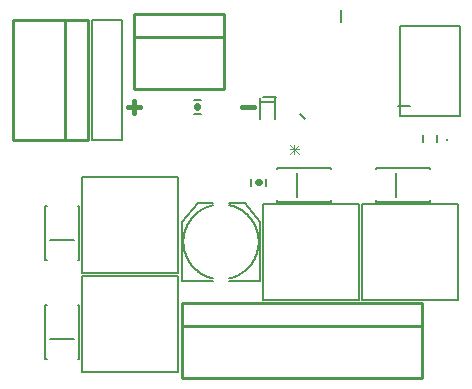
<source format=gto>
G75*
%MOIN*%
%OFA0B0*%
%FSLAX25Y25*%
%IPPOS*%
%LPD*%
%AMOC8*
5,1,8,0,0,1.08239X$1,22.5*
%
%ADD10C,0.01600*%
%ADD11C,0.00800*%
%ADD12C,0.00500*%
%ADD13C,0.01000*%
%ADD14C,0.00600*%
%ADD15C,0.00300*%
%ADD16C,0.02200*%
%ADD17R,0.00787X0.00787*%
D10*
X0051000Y0099000D02*
X0051000Y0103000D01*
X0049000Y0101000D02*
X0053000Y0101000D01*
X0087000Y0101000D02*
X0091000Y0101000D01*
D11*
X0021291Y0035055D02*
X0021291Y0016945D01*
X0021882Y0016945D01*
X0023063Y0023638D02*
X0030937Y0023638D01*
X0032118Y0016945D02*
X0032709Y0016945D01*
X0032709Y0035055D01*
X0032118Y0035055D01*
X0021882Y0035055D02*
X0021291Y0035055D01*
X0021291Y0049945D02*
X0021291Y0068055D01*
X0021882Y0068055D01*
X0032118Y0068055D02*
X0032709Y0068055D01*
X0032709Y0049945D01*
X0032118Y0049945D01*
X0030937Y0056638D02*
X0023063Y0056638D01*
X0021882Y0049945D02*
X0021291Y0049945D01*
X0067008Y0043008D02*
X0077303Y0043008D01*
X0082697Y0043008D02*
X0092992Y0043008D01*
X0092992Y0062693D01*
X0087874Y0068992D01*
X0082697Y0068992D01*
X0077303Y0068992D02*
X0072126Y0068992D01*
X0067008Y0062693D01*
X0067008Y0043008D01*
X0077303Y0043795D02*
X0077007Y0043861D01*
X0076711Y0043934D01*
X0076418Y0044013D01*
X0076127Y0044100D01*
X0075838Y0044195D01*
X0075551Y0044296D01*
X0075267Y0044404D01*
X0074985Y0044519D01*
X0074707Y0044641D01*
X0074431Y0044769D01*
X0074159Y0044905D01*
X0073890Y0045047D01*
X0073625Y0045195D01*
X0073363Y0045350D01*
X0073106Y0045511D01*
X0072852Y0045678D01*
X0072602Y0045852D01*
X0072357Y0046031D01*
X0072116Y0046217D01*
X0071880Y0046408D01*
X0071648Y0046605D01*
X0071422Y0046808D01*
X0071200Y0047016D01*
X0070983Y0047229D01*
X0070772Y0047448D01*
X0070566Y0047672D01*
X0070366Y0047900D01*
X0070171Y0048134D01*
X0069982Y0048372D01*
X0069799Y0048615D01*
X0069622Y0048862D01*
X0069451Y0049113D01*
X0069286Y0049369D01*
X0069128Y0049628D01*
X0068975Y0049891D01*
X0068830Y0050158D01*
X0068691Y0050428D01*
X0068558Y0050702D01*
X0068432Y0050978D01*
X0068313Y0051258D01*
X0068201Y0051541D01*
X0068096Y0051826D01*
X0067997Y0052114D01*
X0067906Y0052404D01*
X0067822Y0052696D01*
X0067745Y0052990D01*
X0067675Y0053286D01*
X0067613Y0053583D01*
X0067557Y0053882D01*
X0067509Y0054182D01*
X0067469Y0054484D01*
X0067435Y0054786D01*
X0067409Y0055089D01*
X0067391Y0055392D01*
X0067380Y0055696D01*
X0067376Y0056000D01*
X0067380Y0056304D01*
X0067391Y0056608D01*
X0067409Y0056911D01*
X0067435Y0057214D01*
X0067469Y0057516D01*
X0067509Y0057818D01*
X0067557Y0058118D01*
X0067613Y0058417D01*
X0067675Y0058714D01*
X0067745Y0059010D01*
X0067822Y0059304D01*
X0067906Y0059596D01*
X0067997Y0059886D01*
X0068096Y0060174D01*
X0068201Y0060459D01*
X0068313Y0060742D01*
X0068432Y0061022D01*
X0068558Y0061298D01*
X0068691Y0061572D01*
X0068830Y0061842D01*
X0068975Y0062109D01*
X0069128Y0062372D01*
X0069286Y0062631D01*
X0069451Y0062887D01*
X0069622Y0063138D01*
X0069799Y0063385D01*
X0069982Y0063628D01*
X0070171Y0063866D01*
X0070366Y0064100D01*
X0070566Y0064328D01*
X0070772Y0064552D01*
X0070983Y0064771D01*
X0071200Y0064984D01*
X0071422Y0065192D01*
X0071648Y0065395D01*
X0071880Y0065592D01*
X0072116Y0065783D01*
X0072357Y0065969D01*
X0072602Y0066148D01*
X0072852Y0066322D01*
X0073106Y0066489D01*
X0073363Y0066650D01*
X0073625Y0066805D01*
X0073890Y0066953D01*
X0074159Y0067095D01*
X0074431Y0067231D01*
X0074707Y0067359D01*
X0074985Y0067481D01*
X0075267Y0067596D01*
X0075551Y0067704D01*
X0075838Y0067805D01*
X0076127Y0067900D01*
X0076418Y0067987D01*
X0076711Y0068066D01*
X0077007Y0068139D01*
X0077303Y0068205D01*
X0082697Y0068205D02*
X0082993Y0068134D01*
X0083287Y0068057D01*
X0083580Y0067973D01*
X0083870Y0067881D01*
X0084158Y0067783D01*
X0084443Y0067677D01*
X0084726Y0067565D01*
X0085006Y0067445D01*
X0085283Y0067319D01*
X0085557Y0067186D01*
X0085827Y0067047D01*
X0086094Y0066901D01*
X0086358Y0066749D01*
X0086617Y0066590D01*
X0086873Y0066425D01*
X0087125Y0066254D01*
X0087372Y0066076D01*
X0087615Y0065893D01*
X0087853Y0065704D01*
X0088087Y0065509D01*
X0088316Y0065309D01*
X0088540Y0065103D01*
X0088759Y0064891D01*
X0088973Y0064675D01*
X0089181Y0064453D01*
X0089384Y0064226D01*
X0089581Y0063995D01*
X0089773Y0063758D01*
X0089959Y0063517D01*
X0090139Y0063272D01*
X0090313Y0063022D01*
X0090480Y0062768D01*
X0090642Y0062510D01*
X0090797Y0062249D01*
X0090946Y0061983D01*
X0091088Y0061714D01*
X0091224Y0061442D01*
X0091353Y0061166D01*
X0091475Y0060888D01*
X0091591Y0060606D01*
X0091700Y0060322D01*
X0091801Y0060035D01*
X0091896Y0059746D01*
X0091984Y0059454D01*
X0092064Y0059161D01*
X0092137Y0058865D01*
X0092203Y0058568D01*
X0092262Y0058270D01*
X0092314Y0057970D01*
X0092358Y0057669D01*
X0092395Y0057367D01*
X0092425Y0057064D01*
X0092447Y0056760D01*
X0092462Y0056456D01*
X0092469Y0056152D01*
X0092469Y0055848D01*
X0092462Y0055544D01*
X0092447Y0055240D01*
X0092425Y0054936D01*
X0092395Y0054633D01*
X0092358Y0054331D01*
X0092314Y0054030D01*
X0092262Y0053730D01*
X0092203Y0053432D01*
X0092137Y0053135D01*
X0092064Y0052839D01*
X0091984Y0052546D01*
X0091896Y0052254D01*
X0091801Y0051965D01*
X0091700Y0051678D01*
X0091591Y0051394D01*
X0091475Y0051112D01*
X0091353Y0050834D01*
X0091224Y0050558D01*
X0091088Y0050286D01*
X0090946Y0050017D01*
X0090797Y0049751D01*
X0090642Y0049490D01*
X0090480Y0049232D01*
X0090313Y0048978D01*
X0090139Y0048728D01*
X0089959Y0048483D01*
X0089773Y0048242D01*
X0089581Y0048005D01*
X0089384Y0047774D01*
X0089181Y0047547D01*
X0088973Y0047325D01*
X0088759Y0047109D01*
X0088540Y0046897D01*
X0088316Y0046691D01*
X0088087Y0046491D01*
X0087853Y0046296D01*
X0087615Y0046107D01*
X0087372Y0045924D01*
X0087125Y0045746D01*
X0086873Y0045575D01*
X0086617Y0045410D01*
X0086358Y0045251D01*
X0086094Y0045099D01*
X0085827Y0044953D01*
X0085557Y0044814D01*
X0085283Y0044681D01*
X0085006Y0044555D01*
X0084726Y0044435D01*
X0084443Y0044323D01*
X0084158Y0044217D01*
X0083870Y0044119D01*
X0083580Y0044027D01*
X0083287Y0043943D01*
X0082993Y0043866D01*
X0082697Y0043795D01*
X0098445Y0069291D02*
X0098445Y0069882D01*
X0098445Y0069291D02*
X0116555Y0069291D01*
X0116555Y0069882D01*
X0116555Y0080118D02*
X0116555Y0080709D01*
X0098445Y0080709D01*
X0098445Y0080118D01*
X0105138Y0078937D02*
X0105138Y0071063D01*
X0098059Y0096957D02*
X0098059Y0102469D01*
X0092941Y0102469D01*
X0092941Y0096957D01*
X0092941Y0102469D02*
X0092941Y0104043D01*
X0098059Y0104043D02*
X0098059Y0102469D01*
X0131445Y0080709D02*
X0149555Y0080709D01*
X0149555Y0080118D01*
X0149555Y0069882D02*
X0149555Y0069291D01*
X0131445Y0069291D01*
X0131445Y0069882D01*
X0138138Y0071063D02*
X0138138Y0078937D01*
X0131445Y0080118D02*
X0131445Y0080709D01*
D12*
X0127000Y0068500D02*
X0127000Y0036500D01*
X0159000Y0036500D01*
X0159000Y0068500D01*
X0127000Y0068500D01*
X0126000Y0068500D02*
X0094000Y0068500D01*
X0094000Y0036500D01*
X0126000Y0036500D01*
X0126000Y0068500D01*
X0139500Y0098000D02*
X0139500Y0128000D01*
X0159500Y0128000D01*
X0159500Y0098000D01*
X0139500Y0098000D01*
X0065500Y0077500D02*
X0065500Y0045500D01*
X0033500Y0045500D01*
X0033500Y0077500D01*
X0065500Y0077500D01*
X0047000Y0090000D02*
X0037000Y0090000D01*
X0037000Y0130000D01*
X0047000Y0130000D01*
X0047000Y0090000D01*
X0033500Y0044500D02*
X0033500Y0012500D01*
X0065500Y0012500D01*
X0065500Y0044500D01*
X0033500Y0044500D01*
D13*
X0067000Y0035500D02*
X0067000Y0028000D01*
X0147000Y0028000D01*
X0147000Y0010500D01*
X0067000Y0010500D01*
X0067000Y0028000D01*
X0067000Y0035500D02*
X0147000Y0035500D01*
X0147000Y0028000D01*
X0081000Y0106800D02*
X0051000Y0106800D01*
X0051000Y0124300D01*
X0081000Y0124300D01*
X0081000Y0106800D01*
X0081000Y0124300D02*
X0081000Y0131800D01*
X0051000Y0131800D01*
X0051000Y0124300D01*
X0035500Y0130000D02*
X0028000Y0130000D01*
X0028000Y0090000D01*
X0010500Y0090000D01*
X0010500Y0130000D01*
X0028000Y0130000D01*
X0035500Y0130000D02*
X0035500Y0090000D01*
X0028000Y0090000D01*
D14*
X0070819Y0098638D02*
X0073181Y0098638D01*
X0073181Y0103362D02*
X0070819Y0103362D01*
X0090038Y0076981D02*
X0090038Y0074619D01*
X0094762Y0074619D02*
X0094762Y0076981D01*
X0108000Y0096900D02*
X0106400Y0098500D01*
X0098100Y0104300D02*
X0094000Y0104300D01*
X0120000Y0129400D02*
X0120000Y0133400D01*
X0138900Y0101100D02*
X0142900Y0101100D01*
X0147138Y0091581D02*
X0147138Y0089219D01*
X0151862Y0089219D02*
X0151862Y0091581D01*
D15*
X0105966Y0088386D02*
X0102830Y0085250D01*
X0105966Y0088386D01*
X0105966Y0086818D02*
X0102830Y0086818D01*
X0105966Y0086818D01*
X0105966Y0085250D02*
X0102830Y0088386D01*
X0105966Y0085250D01*
X0104398Y0085250D02*
X0104398Y0088386D01*
X0104398Y0085250D01*
D16*
X0092520Y0075800D02*
X0092280Y0075800D01*
X0072000Y0100880D02*
X0072000Y0101120D01*
D17*
X0155100Y0090006D03*
M02*

</source>
